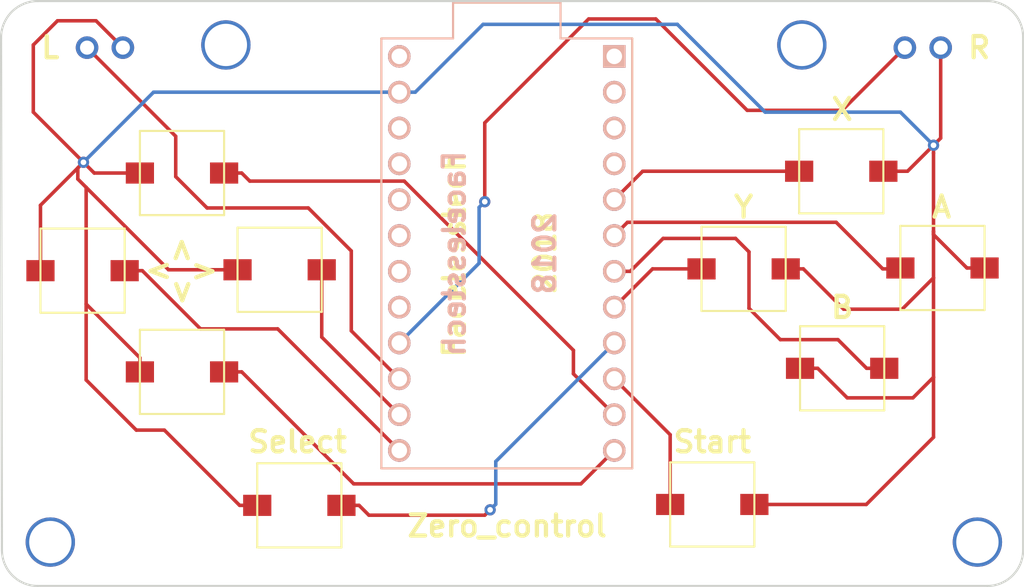
<source format=kicad_pcb>
(kicad_pcb (version 20171130) (host pcbnew 5.0.2+dfsg1-1~bpo9+1)

  (general
    (thickness 1.6)
    (drawings 25)
    (tracks 116)
    (zones 0)
    (modules 17)
    (nets 29)
  )

  (page A4)
  (layers
    (0 F.Cu signal)
    (31 B.Cu signal)
    (32 B.Adhes user)
    (33 F.Adhes user)
    (34 B.Paste user)
    (35 F.Paste user)
    (36 B.SilkS user)
    (37 F.SilkS user)
    (38 B.Mask user)
    (39 F.Mask user)
    (40 Dwgs.User user)
    (41 Cmts.User user)
    (42 Eco1.User user)
    (43 Eco2.User user)
    (44 Edge.Cuts user)
    (45 Margin user)
    (46 B.CrtYd user)
    (47 F.CrtYd user)
    (48 B.Fab user)
    (49 F.Fab user)
  )

  (setup
    (last_trace_width 0.25)
    (trace_clearance 0.2)
    (zone_clearance 0.508)
    (zone_45_only no)
    (trace_min 0.2)
    (segment_width 0.2)
    (edge_width 0.15)
    (via_size 0.8)
    (via_drill 0.4)
    (via_min_size 0.4)
    (via_min_drill 0.3)
    (uvia_size 0.3)
    (uvia_drill 0.1)
    (uvias_allowed no)
    (uvia_min_size 0.2)
    (uvia_min_drill 0.1)
    (pcb_text_width 0.3)
    (pcb_text_size 1.5 1.5)
    (mod_edge_width 0.15)
    (mod_text_size 1 1)
    (mod_text_width 0.15)
    (pad_size 1.524 1.524)
    (pad_drill 0.762)
    (pad_to_mask_clearance 0.051)
    (solder_mask_min_width 0.25)
    (aux_axis_origin 0 0)
    (visible_elements FFFFFF7F)
    (pcbplotparams
      (layerselection 0x010f0_ffffffff)
      (usegerberextensions false)
      (usegerberattributes false)
      (usegerberadvancedattributes false)
      (creategerberjobfile false)
      (excludeedgelayer true)
      (linewidth 0.100000)
      (plotframeref false)
      (viasonmask false)
      (mode 1)
      (useauxorigin false)
      (hpglpennumber 1)
      (hpglpenspeed 20)
      (hpglpendiameter 15.000000)
      (psnegative false)
      (psa4output false)
      (plotreference true)
      (plotvalue true)
      (plotinvisibletext false)
      (padsonsilk false)
      (subtractmaskfromsilk false)
      (outputformat 1)
      (mirror false)
      (drillshape 0)
      (scaleselection 1)
      (outputdirectory "gerbers/"))
  )

  (net 0 "")
  (net 1 "Net-(U1-Pad1)")
  (net 2 "Net-(U1-Pad2)")
  (net 3 "Net-(U1-Pad3)")
  (net 4 "Net-(U1-Pad4)")
  (net 5 "Net-(U1-Pad17)")
  (net 6 "Net-(U1-Pad18)")
  (net 7 "Net-(U1-Pad19)")
  (net 8 "Net-(U1-Pad20)")
  (net 9 "Net-(U1-Pad21)")
  (net 10 "Net-(U1-Pad22)")
  (net 11 "Net-(U1-Pad24)")
  (net 12 "Net-(SW1-Pad1)")
  (net 13 "Net-(SW1-Pad2)")
  (net 14 "Net-(SW2-Pad1)")
  (net 15 "Net-(SW9-Pad1)")
  (net 16 "Net-(SW3-Pad1)")
  (net 17 "Net-(SW4-Pad1)")
  (net 18 "Net-(SW5-Pad1)")
  (net 19 "Net-(SW6-Pad1)")
  (net 20 "Net-(SW7-Pad1)")
  (net 21 "Net-(SW10-Pad1)")
  (net 22 "Net-(SW8-Pad1)")
  (net 23 "Net-(SW11-Pad1)")
  (net 24 "Net-(SW12-Pad1)")
  (net 25 "Net-(U2-Pad1)")
  (net 26 "Net-(U3-Pad1)")
  (net 27 "Net-(U4-Pad1)")
  (net 28 "Net-(U5-Pad1)")

  (net_class Default "This is the default net class."
    (clearance 0.2)
    (trace_width 0.25)
    (via_dia 0.8)
    (via_drill 0.4)
    (uvia_dia 0.3)
    (uvia_drill 0.1)
    (add_net "Net-(SW1-Pad1)")
    (add_net "Net-(SW1-Pad2)")
    (add_net "Net-(SW10-Pad1)")
    (add_net "Net-(SW11-Pad1)")
    (add_net "Net-(SW12-Pad1)")
    (add_net "Net-(SW2-Pad1)")
    (add_net "Net-(SW3-Pad1)")
    (add_net "Net-(SW4-Pad1)")
    (add_net "Net-(SW5-Pad1)")
    (add_net "Net-(SW6-Pad1)")
    (add_net "Net-(SW7-Pad1)")
    (add_net "Net-(SW8-Pad1)")
    (add_net "Net-(SW9-Pad1)")
    (add_net "Net-(U1-Pad1)")
    (add_net "Net-(U1-Pad17)")
    (add_net "Net-(U1-Pad18)")
    (add_net "Net-(U1-Pad19)")
    (add_net "Net-(U1-Pad2)")
    (add_net "Net-(U1-Pad20)")
    (add_net "Net-(U1-Pad21)")
    (add_net "Net-(U1-Pad22)")
    (add_net "Net-(U1-Pad24)")
    (add_net "Net-(U1-Pad3)")
    (add_net "Net-(U1-Pad4)")
    (add_net "Net-(U2-Pad1)")
    (add_net "Net-(U3-Pad1)")
    (add_net "Net-(U4-Pad1)")
    (add_net "Net-(U5-Pad1)")
  )

  (module buttons_custom:smd_soft_custom (layer F.Cu) (tedit 5C1E4083) (tstamp 5C1E3FE9)
    (at 80.772 167.513 180)
    (path /5C166618)
    (fp_text reference SW9 (at 0 6.0325 180) (layer F.SilkS) hide
      (effects (font (size 1 1) (thickness 0.15)))
    )
    (fp_text value SW_Push (at 0 -4.826 180) (layer F.Fab) hide
      (effects (font (size 1 1) (thickness 0.15)))
    )
    (fp_line (start -2.9845 -2.9845) (end 2.9845 -2.9845) (layer F.SilkS) (width 0.15))
    (fp_line (start 2.9845 -2.9845) (end 2.9845 2.9845) (layer F.SilkS) (width 0.15))
    (fp_line (start 2.9845 2.9845) (end -2.9845 2.9845) (layer F.SilkS) (width 0.15))
    (fp_line (start -2.9845 2.9845) (end -2.9845 -2.9845) (layer F.SilkS) (width 0.15))
    (pad 1 smd rect (at 2.9845 0 270) (size 1.5 2) (layers F.Cu F.Paste F.Mask)
      (net 15 "Net-(SW9-Pad1)"))
    (pad 2 smd rect (at -2.9845 0 270) (size 1.5 2) (layers F.Cu F.Paste F.Mask)
      (net 13 "Net-(SW1-Pad2)"))
  )

  (module promicro:ProMicro (layer B.Cu) (tedit 5C1E4096) (tstamp 5C22A7BE)
    (at 49.8855 166.4795 270)
    (descr "Pro Micro footprint")
    (tags "promicro ProMicro")
    (path /5C165FCC)
    (fp_text reference U1 (at 0 10.16 270) (layer B.SilkS) hide
      (effects (font (size 1 1) (thickness 0.15)) (justify mirror))
    )
    (fp_text value ProMicro (at 0 -10.16 270) (layer B.Fab) hide
      (effects (font (size 1 1) (thickness 0.15)) (justify mirror))
    )
    (fp_line (start 15.24 8.89) (end 15.24 -8.89) (layer F.SilkS) (width 0.15))
    (fp_line (start 15.24 -8.89) (end -15.24 -8.89) (layer F.SilkS) (width 0.15))
    (fp_line (start -15.24 -8.89) (end -15.24 -3.81) (layer F.SilkS) (width 0.15))
    (fp_line (start -15.24 -3.81) (end -17.78 -3.81) (layer F.SilkS) (width 0.15))
    (fp_line (start -17.78 -3.81) (end -17.78 3.81) (layer F.SilkS) (width 0.15))
    (fp_line (start -17.78 3.81) (end -15.24 3.81) (layer F.SilkS) (width 0.15))
    (fp_line (start -15.24 3.81) (end -15.24 8.89) (layer F.SilkS) (width 0.15))
    (fp_line (start -15.24 8.89) (end 15.24 8.89) (layer F.SilkS) (width 0.15))
    (fp_line (start -15.24 -8.89) (end 15.24 -8.89) (layer B.SilkS) (width 0.15))
    (fp_line (start -15.24 -8.89) (end -15.24 -3.81) (layer B.SilkS) (width 0.15))
    (fp_line (start -15.24 -3.81) (end -17.78 -3.81) (layer B.SilkS) (width 0.15))
    (fp_line (start -17.78 -3.81) (end -17.78 3.81) (layer B.SilkS) (width 0.15))
    (fp_line (start -17.78 3.81) (end -15.24 3.81) (layer B.SilkS) (width 0.15))
    (fp_line (start -15.24 3.81) (end -15.24 8.89) (layer B.SilkS) (width 0.15))
    (fp_line (start -15.24 8.89) (end 15.24 8.89) (layer B.SilkS) (width 0.15))
    (fp_line (start 15.24 8.89) (end 15.24 -8.89) (layer B.SilkS) (width 0.15))
    (pad 1 thru_hole rect (at -13.97 -7.62 270) (size 1.6 1.6) (drill 1.1) (layers *.Cu *.Mask B.SilkS)
      (net 1 "Net-(U1-Pad1)"))
    (pad 2 thru_hole circle (at -11.43 -7.62 270) (size 1.6 1.6) (drill 1.1) (layers *.Cu *.Mask B.SilkS)
      (net 2 "Net-(U1-Pad2)"))
    (pad 3 thru_hole circle (at -8.89 -7.62 270) (size 1.6 1.6) (drill 1.1) (layers *.Cu *.Mask B.SilkS)
      (net 3 "Net-(U1-Pad3)"))
    (pad 4 thru_hole circle (at -6.35 -7.62 270) (size 1.6 1.6) (drill 1.1) (layers *.Cu *.Mask B.SilkS)
      (net 4 "Net-(U1-Pad4)"))
    (pad 5 thru_hole circle (at -3.81 -7.62 270) (size 1.6 1.6) (drill 1.1) (layers *.Cu *.Mask B.SilkS)
      (net 14 "Net-(SW2-Pad1)"))
    (pad 6 thru_hole circle (at -1.27 -7.62 270) (size 1.6 1.6) (drill 1.1) (layers *.Cu *.Mask B.SilkS)
      (net 15 "Net-(SW9-Pad1)"))
    (pad 7 thru_hole circle (at 1.27 -7.62 270) (size 1.6 1.6) (drill 1.1) (layers *.Cu *.Mask B.SilkS)
      (net 16 "Net-(SW3-Pad1)"))
    (pad 8 thru_hole circle (at 3.81 -7.62 270) (size 1.6 1.6) (drill 1.1) (layers *.Cu *.Mask B.SilkS)
      (net 12 "Net-(SW1-Pad1)"))
    (pad 9 thru_hole circle (at 6.35 -7.62 270) (size 1.6 1.6) (drill 1.1) (layers *.Cu *.Mask B.SilkS)
      (net 17 "Net-(SW4-Pad1)"))
    (pad 10 thru_hole circle (at 8.89 -7.62 270) (size 1.6 1.6) (drill 1.1) (layers *.Cu *.Mask B.SilkS)
      (net 18 "Net-(SW5-Pad1)"))
    (pad 11 thru_hole circle (at 11.43 -7.62 270) (size 1.6 1.6) (drill 1.1) (layers *.Cu *.Mask B.SilkS)
      (net 19 "Net-(SW6-Pad1)"))
    (pad 12 thru_hole circle (at 13.97 -7.62 270) (size 1.6 1.6) (drill 1.1) (layers *.Cu *.Mask B.SilkS)
      (net 20 "Net-(SW7-Pad1)"))
    (pad 13 thru_hole circle (at 13.97 7.62 270) (size 1.6 1.6) (drill 1.1) (layers *.Cu *.Mask B.SilkS)
      (net 21 "Net-(SW10-Pad1)"))
    (pad 14 thru_hole circle (at 11.43 7.62 270) (size 1.6 1.6) (drill 1.1) (layers *.Cu *.Mask B.SilkS)
      (net 22 "Net-(SW8-Pad1)"))
    (pad 15 thru_hole circle (at 8.89 7.62 270) (size 1.6 1.6) (drill 1.1) (layers *.Cu *.Mask B.SilkS)
      (net 23 "Net-(SW11-Pad1)"))
    (pad 16 thru_hole circle (at 6.35 7.62 270) (size 1.6 1.6) (drill 1.1) (layers *.Cu *.Mask B.SilkS)
      (net 24 "Net-(SW12-Pad1)"))
    (pad 17 thru_hole circle (at 3.81 7.62 270) (size 1.6 1.6) (drill 1.1) (layers *.Cu *.Mask B.SilkS)
      (net 5 "Net-(U1-Pad17)"))
    (pad 18 thru_hole circle (at 1.27 7.62 270) (size 1.6 1.6) (drill 1.1) (layers *.Cu *.Mask B.SilkS)
      (net 6 "Net-(U1-Pad18)"))
    (pad 19 thru_hole circle (at -1.27 7.62 270) (size 1.6 1.6) (drill 1.1) (layers *.Cu *.Mask B.SilkS)
      (net 7 "Net-(U1-Pad19)"))
    (pad 20 thru_hole circle (at -3.81 7.62 270) (size 1.6 1.6) (drill 1.1) (layers *.Cu *.Mask B.SilkS)
      (net 8 "Net-(U1-Pad20)"))
    (pad 21 thru_hole circle (at -6.35 7.62 270) (size 1.6 1.6) (drill 1.1) (layers *.Cu *.Mask B.SilkS)
      (net 9 "Net-(U1-Pad21)"))
    (pad 22 thru_hole circle (at -8.89 7.62 270) (size 1.6 1.6) (drill 1.1) (layers *.Cu *.Mask B.SilkS)
      (net 10 "Net-(U1-Pad22)"))
    (pad 23 thru_hole circle (at -11.43 7.62 270) (size 1.6 1.6) (drill 1.1) (layers *.Cu *.Mask B.SilkS)
      (net 13 "Net-(SW1-Pad2)"))
    (pad 24 thru_hole circle (at -13.97 7.62 270) (size 1.6 1.6) (drill 1.1) (layers *.Cu *.Mask B.SilkS)
      (net 11 "Net-(U1-Pad24)"))
  )

  (module buttons_custom:smd_soft_custom (layer F.Cu) (tedit 5C1E4088) (tstamp 5C1D437A)
    (at 66.675 167.5765 180)
    (path /5C1661C1)
    (fp_text reference SW1 (at 0 6.0325 180) (layer F.SilkS) hide
      (effects (font (size 1 1) (thickness 0.15)))
    )
    (fp_text value SW_Push (at 0 -4.826 180) (layer F.Fab) hide
      (effects (font (size 1 1) (thickness 0.15)))
    )
    (fp_line (start -2.9845 2.9845) (end -2.9845 -2.9845) (layer F.SilkS) (width 0.15))
    (fp_line (start 2.9845 2.9845) (end -2.9845 2.9845) (layer F.SilkS) (width 0.15))
    (fp_line (start 2.9845 -2.9845) (end 2.9845 2.9845) (layer F.SilkS) (width 0.15))
    (fp_line (start -2.9845 -2.9845) (end 2.9845 -2.9845) (layer F.SilkS) (width 0.15))
    (pad 2 smd rect (at -2.9845 0 270) (size 1.5 2) (layers F.Cu F.Paste F.Mask)
      (net 13 "Net-(SW1-Pad2)"))
    (pad 1 smd rect (at 2.9845 0 270) (size 1.5 2) (layers F.Cu F.Paste F.Mask)
      (net 12 "Net-(SW1-Pad1)"))
  )

  (module buttons_custom:smd_soft_custom (layer F.Cu) (tedit 5C1E4077) (tstamp 5C1D4395)
    (at 73.5965 160.655 180)
    (path /5C1665E0)
    (fp_text reference SW2 (at 0 6.0325 180) (layer F.SilkS) hide
      (effects (font (size 1 1) (thickness 0.15)))
    )
    (fp_text value SW_Push (at 0 -4.826 180) (layer F.Fab) hide
      (effects (font (size 1 1) (thickness 0.15)))
    )
    (fp_line (start -2.9845 -2.9845) (end 2.9845 -2.9845) (layer F.SilkS) (width 0.15))
    (fp_line (start 2.9845 -2.9845) (end 2.9845 2.9845) (layer F.SilkS) (width 0.15))
    (fp_line (start 2.9845 2.9845) (end -2.9845 2.9845) (layer F.SilkS) (width 0.15))
    (fp_line (start -2.9845 2.9845) (end -2.9845 -2.9845) (layer F.SilkS) (width 0.15))
    (pad 1 smd rect (at 2.9845 0 270) (size 1.5 2) (layers F.Cu F.Paste F.Mask)
      (net 14 "Net-(SW2-Pad1)"))
    (pad 2 smd rect (at -2.9845 0 270) (size 1.5 2) (layers F.Cu F.Paste F.Mask)
      (net 13 "Net-(SW1-Pad2)"))
  )

  (module buttons_custom:smd_soft_custom (layer F.Cu) (tedit 5C1E408E) (tstamp 5C1D43B0)
    (at 73.66 174.625)
    (path /5C16612D)
    (fp_text reference SW3 (at 0 6.0325 90) (layer F.SilkS) hide
      (effects (font (size 1 1) (thickness 0.15)))
    )
    (fp_text value SW_Push (at 0 -4.826) (layer F.Fab) hide
      (effects (font (size 1 1) (thickness 0.15)))
    )
    (fp_line (start -2.9845 -2.9845) (end 2.9845 -2.9845) (layer F.SilkS) (width 0.15))
    (fp_line (start 2.9845 -2.9845) (end 2.9845 2.9845) (layer F.SilkS) (width 0.15))
    (fp_line (start 2.9845 2.9845) (end -2.9845 2.9845) (layer F.SilkS) (width 0.15))
    (fp_line (start -2.9845 2.9845) (end -2.9845 -2.9845) (layer F.SilkS) (width 0.15))
    (pad 1 smd rect (at 2.9845 0 90) (size 1.5 2) (layers F.Cu F.Paste F.Mask)
      (net 16 "Net-(SW3-Pad1)"))
    (pad 2 smd rect (at -2.9845 0 90) (size 1.5 2) (layers F.Cu F.Paste F.Mask)
      (net 13 "Net-(SW1-Pad2)"))
  )

  (module buttons_custom:smd_soft_custom (layer F.Cu) (tedit 5C1E424B) (tstamp 5C22AB4F)
    (at 35.179 184.3405)
    (path /5C16624F)
    (fp_text reference SW4 (at 0 6.0325) (layer F.SilkS) hide
      (effects (font (size 1 1) (thickness 0.15)))
    )
    (fp_text value SW_Push (at 0 -4.826) (layer F.Fab) hide
      (effects (font (size 1 1) (thickness 0.15)))
    )
    (fp_line (start -2.9845 -2.9845) (end 2.9845 -2.9845) (layer F.SilkS) (width 0.15))
    (fp_line (start 2.9845 -2.9845) (end 2.9845 2.9845) (layer F.SilkS) (width 0.15))
    (fp_line (start 2.9845 2.9845) (end -2.9845 2.9845) (layer F.SilkS) (width 0.15))
    (fp_line (start -2.9845 2.9845) (end -2.9845 -2.9845) (layer F.SilkS) (width 0.15))
    (pad 1 smd rect (at 2.9845 0 90) (size 1.5 2) (layers F.Cu F.Paste F.Mask)
      (net 17 "Net-(SW4-Pad1)"))
    (pad 2 smd rect (at -2.9845 0 90) (size 1.5 2) (layers F.Cu F.Paste F.Mask)
      (net 13 "Net-(SW1-Pad2)"))
  )

  (module buttons_custom:smd_soft_custom (layer F.Cu) (tedit 5C1E40A0) (tstamp 5C1E320A)
    (at 64.4525 184.277 180)
    (path /5C16628D)
    (fp_text reference SW5 (at 0 6.0325 180) (layer F.SilkS) hide
      (effects (font (size 1 1) (thickness 0.15)))
    )
    (fp_text value SW_Push (at 0 -4.826 180) (layer F.Fab) hide
      (effects (font (size 1 1) (thickness 0.15)))
    )
    (fp_line (start -2.9845 2.9845) (end -2.9845 -2.9845) (layer F.SilkS) (width 0.15))
    (fp_line (start 2.9845 2.9845) (end -2.9845 2.9845) (layer F.SilkS) (width 0.15))
    (fp_line (start 2.9845 -2.9845) (end 2.9845 2.9845) (layer F.SilkS) (width 0.15))
    (fp_line (start -2.9845 -2.9845) (end 2.9845 -2.9845) (layer F.SilkS) (width 0.15))
    (pad 2 smd rect (at -2.9845 0 270) (size 1.5 2) (layers F.Cu F.Paste F.Mask)
      (net 13 "Net-(SW1-Pad2)"))
    (pad 1 smd rect (at 2.9845 0 270) (size 1.5 2) (layers F.Cu F.Paste F.Mask)
      (net 18 "Net-(SW5-Pad1)"))
  )

  (module buttons_custom:smd_soft_custom (layer F.Cu) (tedit 5C1E422C) (tstamp 5C22ACE9)
    (at 26.8605 160.782)
    (path /5C166328)
    (fp_text reference SW6 (at 0 6.0325) (layer F.SilkS) hide
      (effects (font (size 1 1) (thickness 0.15)))
    )
    (fp_text value SW_Push (at 0 -4.826) (layer F.Fab) hide
      (effects (font (size 1 1) (thickness 0.15)))
    )
    (fp_line (start -2.9845 -2.9845) (end 2.9845 -2.9845) (layer F.SilkS) (width 0.15))
    (fp_line (start 2.9845 -2.9845) (end 2.9845 2.9845) (layer F.SilkS) (width 0.15))
    (fp_line (start 2.9845 2.9845) (end -2.9845 2.9845) (layer F.SilkS) (width 0.15))
    (fp_line (start -2.9845 2.9845) (end -2.9845 -2.9845) (layer F.SilkS) (width 0.15))
    (pad 1 smd rect (at 2.9845 0 90) (size 1.5 2) (layers F.Cu F.Paste F.Mask)
      (net 19 "Net-(SW6-Pad1)"))
    (pad 2 smd rect (at -2.9845 0 90) (size 1.5 2) (layers F.Cu F.Paste F.Mask)
      (net 13 "Net-(SW1-Pad2)"))
  )

  (module buttons_custom:smd_soft_custom (layer F.Cu) (tedit 5C1E4244) (tstamp 5C22AB6D)
    (at 26.8605 174.879)
    (path /5C166398)
    (fp_text reference SW7 (at 0 6.0325) (layer F.SilkS) hide
      (effects (font (size 1 1) (thickness 0.15)))
    )
    (fp_text value SW_Push (at 0 -4.826) (layer F.Fab) hide
      (effects (font (size 1 1) (thickness 0.15)))
    )
    (fp_line (start -2.9845 2.9845) (end -2.9845 -2.9845) (layer F.SilkS) (width 0.15))
    (fp_line (start 2.9845 2.9845) (end -2.9845 2.9845) (layer F.SilkS) (width 0.15))
    (fp_line (start 2.9845 -2.9845) (end 2.9845 2.9845) (layer F.SilkS) (width 0.15))
    (fp_line (start -2.9845 -2.9845) (end 2.9845 -2.9845) (layer F.SilkS) (width 0.15))
    (pad 2 smd rect (at -2.9845 0 90) (size 1.5 2) (layers F.Cu F.Paste F.Mask)
      (net 13 "Net-(SW1-Pad2)"))
    (pad 1 smd rect (at 2.9845 0 90) (size 1.5 2) (layers F.Cu F.Paste F.Mask)
      (net 20 "Net-(SW7-Pad1)"))
  )

  (module buttons_custom:smd_soft_custom (layer F.Cu) (tedit 5C1E4239) (tstamp 5C1BD557)
    (at 33.782 167.64)
    (path /5C1663D6)
    (fp_text reference SW8 (at 0 6.0325) (layer F.SilkS) hide
      (effects (font (size 1 1) (thickness 0.15)))
    )
    (fp_text value SW_Push (at 0 -4.826) (layer F.Fab) hide
      (effects (font (size 1 1) (thickness 0.15)))
    )
    (fp_line (start -2.9845 -2.9845) (end 2.9845 -2.9845) (layer F.SilkS) (width 0.15))
    (fp_line (start 2.9845 -2.9845) (end 2.9845 2.9845) (layer F.SilkS) (width 0.15))
    (fp_line (start 2.9845 2.9845) (end -2.9845 2.9845) (layer F.SilkS) (width 0.15))
    (fp_line (start -2.9845 2.9845) (end -2.9845 -2.9845) (layer F.SilkS) (width 0.15))
    (pad 1 smd rect (at 2.9845 0 90) (size 1.5 2) (layers F.Cu F.Paste F.Mask)
      (net 22 "Net-(SW8-Pad1)"))
    (pad 2 smd rect (at -2.9845 0 90) (size 1.5 2) (layers F.Cu F.Paste F.Mask)
      (net 13 "Net-(SW1-Pad2)"))
  )

  (module buttons_custom:smd_soft_custom (layer F.Cu) (tedit 5C1E423C) (tstamp 5C22AB8B)
    (at 19.812 167.7035)
    (path /5C166436)
    (fp_text reference SW10 (at 0 6.0325) (layer F.SilkS) hide
      (effects (font (size 1 1) (thickness 0.15)))
    )
    (fp_text value SW_Push (at 0 -4.826) (layer F.Fab) hide
      (effects (font (size 1 1) (thickness 0.15)))
    )
    (fp_line (start -2.9845 2.9845) (end -2.9845 -2.9845) (layer F.SilkS) (width 0.15))
    (fp_line (start 2.9845 2.9845) (end -2.9845 2.9845) (layer F.SilkS) (width 0.15))
    (fp_line (start 2.9845 -2.9845) (end 2.9845 2.9845) (layer F.SilkS) (width 0.15))
    (fp_line (start -2.9845 -2.9845) (end 2.9845 -2.9845) (layer F.SilkS) (width 0.15))
    (pad 2 smd rect (at -2.9845 0 90) (size 1.5 2) (layers F.Cu F.Paste F.Mask)
      (net 13 "Net-(SW1-Pad2)"))
    (pad 1 smd rect (at 2.9845 0 90) (size 1.5 2) (layers F.Cu F.Paste F.Mask)
      (net 21 "Net-(SW10-Pad1)"))
  )

  (module m3_hole_custom:m3_hole_custom (layer F.Cu) (tedit 5C1E4220) (tstamp 5C346026)
    (at 29.972 151.7015)
    (path /5C1C01C4)
    (fp_text reference U2 (at 0 2.921) (layer F.SilkS) hide
      (effects (font (size 1 1) (thickness 0.15)))
    )
    (fp_text value m3_standsoffs (at 0 -2.921) (layer F.Fab) hide
      (effects (font (size 1 1) (thickness 0.15)))
    )
    (pad 1 thru_hole circle (at 0 0) (size 3.5 3.5) (drill 3) (layers *.Cu *.Mask)
      (net 25 "Net-(U2-Pad1)"))
  )

  (module m3_hole_custom:m3_hole_custom (layer F.Cu) (tedit 5C1E424F) (tstamp 5C34602B)
    (at 17.526 186.944)
    (path /5C1C0276)
    (fp_text reference U3 (at 0 2.921) (layer F.SilkS) hide
      (effects (font (size 1 1) (thickness 0.15)))
    )
    (fp_text value m3_standsoffs (at 0 -2.921) (layer F.Fab) hide
      (effects (font (size 1 1) (thickness 0.15)))
    )
    (pad 1 thru_hole circle (at 0 0) (size 3.5 3.5) (drill 3) (layers *.Cu *.Mask)
      (net 26 "Net-(U3-Pad1)"))
  )

  (module m3_hole_custom:m3_hole_custom (layer F.Cu) (tedit 5C1E406C) (tstamp 5C346030)
    (at 70.8025 151.7015)
    (path /5C1C02AA)
    (fp_text reference U4 (at 0 2.921) (layer F.SilkS) hide
      (effects (font (size 1 1) (thickness 0.15)))
    )
    (fp_text value m3_standsoffs (at 0 -2.921) (layer F.Fab) hide
      (effects (font (size 1 1) (thickness 0.15)))
    )
    (pad 1 thru_hole circle (at 0 0) (size 3.5 3.5) (drill 3) (layers *.Cu *.Mask)
      (net 27 "Net-(U4-Pad1)"))
  )

  (module m3_hole_custom:m3_hole_custom (layer F.Cu) (tedit 5C1E40A4) (tstamp 5C346035)
    (at 83.2485 186.944)
    (path /5C1C02E0)
    (fp_text reference U5 (at 0 2.921) (layer F.SilkS) hide
      (effects (font (size 1 1) (thickness 0.15)))
    )
    (fp_text value m3_standsoffs (at 0 -2.921) (layer F.Fab) hide
      (effects (font (size 1 1) (thickness 0.15)))
    )
    (pad 1 thru_hole circle (at 0 0) (size 3.5 3.5) (drill 3) (layers *.Cu *.Mask)
      (net 28 "Net-(U5-Pad1)"))
  )

  (module buttons_custom:right_angle_2_pin (layer F.Cu) (tedit 5C1E4881) (tstamp 5C1E4933)
    (at 21.3995 151.892)
    (path /5C166548)
    (fp_text reference SW11 (at 0 2.286) (layer F.SilkS) hide
      (effects (font (size 1 1) (thickness 0.15)))
    )
    (fp_text value SW_Push (at 0 -9.652) (layer F.Fab) hide
      (effects (font (size 1 1) (thickness 0.15)))
    )
    (pad 2 thru_hole circle (at 1.27 0) (size 1.6 1.6) (drill 1) (layers *.Cu *.Mask)
      (net 13 "Net-(SW1-Pad2)"))
    (pad 1 thru_hole circle (at -1.27 0) (size 1.6 1.6) (drill 1) (layers *.Cu *.Mask)
      (net 23 "Net-(SW11-Pad1)"))
  )

  (module buttons_custom:right_angle_2_pin (layer F.Cu) (tedit 5C1E4881) (tstamp 5C1E4939)
    (at 79.375 151.892)
    (path /5C166586)
    (fp_text reference SW12 (at 0 2.286) (layer F.SilkS) hide
      (effects (font (size 1 1) (thickness 0.15)))
    )
    (fp_text value SW_Push (at 0 -9.652) (layer F.Fab) hide
      (effects (font (size 1 1) (thickness 0.15)))
    )
    (pad 1 thru_hole circle (at -1.27 0) (size 1.6 1.6) (drill 1) (layers *.Cu *.Mask)
      (net 24 "Net-(SW12-Pad1)"))
    (pad 2 thru_hole circle (at 1.27 0) (size 1.6 1.6) (drill 1) (layers *.Cu *.Mask)
      (net 13 "Net-(SW1-Pad2)"))
  )

  (gr_text Zero_control (at 49.911 185.801) (layer F.SilkS)
    (effects (font (size 1.5 1.5) (thickness 0.3)))
  )
  (gr_text 2018 (at 52.578 166.4335 90) (layer F.SilkS)
    (effects (font (size 1.5 1.5) (thickness 0.3)))
  )
  (gr_text 2018 (at 52.578 166.497 90) (layer B.SilkS)
    (effects (font (size 1.5 1.5) (thickness 0.3)) (justify mirror))
  )
  (gr_text Facelesstech (at 46.1645 166.497 90) (layer B.SilkS)
    (effects (font (size 1.5 1.5) (thickness 0.3)) (justify mirror))
  )
  (gr_text Facelesstech (at 46.1645 166.5605 90) (layer F.SilkS)
    (effects (font (size 1.5 1.5) (thickness 0.3)))
  )
  (gr_text L (at 17.526 151.892) (layer F.SilkS)
    (effects (font (size 1.5 1.5) (thickness 0.3)))
  )
  (gr_text Select (at 35.052 179.832) (layer F.SilkS)
    (effects (font (size 1.5 1.5) (thickness 0.3)))
  )
  (gr_text > (at 26.9875 169.2275 270) (layer F.SilkS) (tstamp 5C1E42CA)
    (effects (font (size 1.5 1.5) (thickness 0.3)))
  )
  (gr_text > (at 28.448 167.64) (layer F.SilkS) (tstamp 5C1E42C6)
    (effects (font (size 1.5 1.5) (thickness 0.3)))
  )
  (gr_text > (at 25.2095 167.8305 180) (layer F.SilkS) (tstamp 5C1E42C3)
    (effects (font (size 1.5 1.5) (thickness 0.3)))
  )
  (gr_text > (at 26.7335 166.243 90) (layer F.SilkS) (tstamp 5C1E42B4)
    (effects (font (size 1.5 1.5) (thickness 0.3)))
  )
  (gr_text R (at 83.3755 151.892) (layer F.SilkS)
    (effects (font (size 1.5 1.5) (thickness 0.3)))
  )
  (gr_text Start (at 64.4525 179.832) (layer F.SilkS)
    (effects (font (size 1.5 1.5) (thickness 0.3)))
  )
  (gr_text Y (at 66.675 163.195) (layer F.SilkS)
    (effects (font (size 1.5 1.5) (thickness 0.3)))
  )
  (gr_text X (at 73.66 156.2735) (layer F.SilkS)
    (effects (font (size 1.5 1.5) (thickness 0.3)))
  )
  (gr_text B (at 73.66 170.307) (layer F.SilkS)
    (effects (font (size 1.5 1.5) (thickness 0.3)))
  )
  (gr_text A (at 80.7085 163.195) (layer F.SilkS)
    (effects (font (size 1.5 1.5) (thickness 0.3)))
  )
  (gr_line (start 86.487 187.5155) (end 86.487 151.13) (layer Edge.Cuts) (width 0.15))
  (gr_line (start 14.0335 151.1935) (end 14.097 187.5155) (layer Edge.Cuts) (width 0.15))
  (gr_arc (start 16.637 151.1935) (end 16.637 148.59) (angle -90) (layer Edge.Cuts) (width 0.15))
  (gr_arc (start 83.947 151.13) (end 86.487 151.13) (angle -90) (layer Edge.Cuts) (width 0.15))
  (gr_line (start 16.637 190.0555) (end 83.947 190.0555) (layer Edge.Cuts) (width 0.15))
  (gr_arc (start 16.637 187.5155) (end 14.097 187.5155) (angle -90) (layer Edge.Cuts) (width 0.15))
  (gr_arc (start 83.947 187.5155) (end 83.947 190.0555) (angle -90) (layer Edge.Cuts) (width 0.15))
  (gr_line (start 83.947 148.59) (end 16.637 148.59) (layer Edge.Cuts) (width 0.15))

  (segment (start 60.2185 167.5765) (end 57.5055 170.2895) (width 0.25) (layer F.Cu) (net 12))
  (segment (start 63.6905 167.5765) (end 60.2185 167.5765) (width 0.25) (layer F.Cu) (net 12))
  (via (at 19.8755 160.02) (size 0.8) (drill 0.4) (layers F.Cu B.Cu) (net 13))
  (segment (start 24.846 155.0495) (end 19.8755 160.02) (width 0.25) (layer B.Cu) (net 13))
  (segment (start 42.2655 155.0495) (end 24.846 155.0495) (width 0.25) (layer B.Cu) (net 13))
  (segment (start 20.6375 160.782) (end 23.876 160.782) (width 0.25) (layer F.Cu) (net 13))
  (segment (start 19.8755 160.02) (end 20.6375 160.782) (width 0.25) (layer F.Cu) (net 13))
  (segment (start 16.8275 163.068) (end 16.8275 167.7035) (width 0.25) (layer F.Cu) (net 13))
  (segment (start 19.8755 160.02) (end 16.8275 163.068) (width 0.25) (layer F.Cu) (net 13))
  (segment (start 19.475501 160.419999) (end 19.475501 161.207501) (width 0.25) (layer F.Cu) (net 13))
  (segment (start 19.8755 160.02) (end 19.475501 160.419999) (width 0.25) (layer F.Cu) (net 13))
  (segment (start 25.908 167.64) (end 30.7975 167.64) (width 0.25) (layer F.Cu) (net 13))
  (segment (start 23.876 173.879) (end 20.066 170.069) (width 0.25) (layer F.Cu) (net 13))
  (segment (start 23.876 174.879) (end 23.876 173.879) (width 0.25) (layer F.Cu) (net 13))
  (segment (start 20.066 170.069) (end 20.066 161.798) (width 0.25) (layer F.Cu) (net 13))
  (segment (start 20.066 161.798) (end 25.908 167.64) (width 0.25) (layer F.Cu) (net 13))
  (segment (start 19.475501 161.207501) (end 20.066 161.798) (width 0.25) (layer F.Cu) (net 13))
  (segment (start 30.9445 184.3405) (end 25.6105 179.0065) (width 0.25) (layer F.Cu) (net 13))
  (segment (start 32.1945 184.3405) (end 30.9445 184.3405) (width 0.25) (layer F.Cu) (net 13))
  (segment (start 25.6105 179.0065) (end 23.622 179.0065) (width 0.25) (layer F.Cu) (net 13))
  (segment (start 20.066 175.4505) (end 20.066 170.069) (width 0.25) (layer F.Cu) (net 13))
  (segment (start 23.622 179.0065) (end 20.066 175.4505) (width 0.25) (layer F.Cu) (net 13))
  (segment (start 22.6695 151.892) (end 20.7645 149.987) (width 0.25) (layer F.Cu) (net 13))
  (segment (start 20.7645 149.987) (end 18.034 149.987) (width 0.25) (layer F.Cu) (net 13))
  (segment (start 18.034 149.987) (end 16.3195 151.7015) (width 0.25) (layer F.Cu) (net 13))
  (segment (start 16.3195 156.464) (end 19.8755 160.02) (width 0.25) (layer F.Cu) (net 13))
  (segment (start 16.3195 151.7015) (end 16.3195 156.464) (width 0.25) (layer F.Cu) (net 13))
  (segment (start 43.39687 155.0495) (end 48.20537 150.241) (width 0.25) (layer B.Cu) (net 13))
  (segment (start 42.2655 155.0495) (end 43.39687 155.0495) (width 0.25) (layer B.Cu) (net 13))
  (segment (start 48.20537 150.241) (end 61.976 150.241) (width 0.25) (layer B.Cu) (net 13))
  (segment (start 61.976 150.241) (end 68.199 156.464) (width 0.25) (layer B.Cu) (net 13))
  (segment (start 68.199 156.464) (end 77.7875 156.464) (width 0.25) (layer B.Cu) (net 13))
  (segment (start 77.7875 156.464) (end 80.137 158.8135) (width 0.25) (layer B.Cu) (net 13))
  (via (at 80.137 158.8135) (size 0.8) (drill 0.4) (layers F.Cu B.Cu) (net 13) (status 1000000))
  (segment (start 78.2955 160.655) (end 80.137 158.8135) (width 0.25) (layer F.Cu) (net 13))
  (segment (start 76.581 160.655) (end 78.2955 160.655) (width 0.25) (layer F.Cu) (net 13))
  (segment (start 80.137 159.379185) (end 80.137 158.8135) (width 0.25) (layer F.Cu) (net 13))
  (segment (start 82.5065 167.513) (end 80.137 165.1435) (width 0.25) (layer F.Cu) (net 13))
  (segment (start 83.7565 167.513) (end 82.5065 167.513) (width 0.25) (layer F.Cu) (net 13))
  (segment (start 70.9095 167.5765) (end 73.767 170.434) (width 0.25) (layer F.Cu) (net 13))
  (segment (start 69.6595 167.5765) (end 70.9095 167.5765) (width 0.25) (layer F.Cu) (net 13))
  (segment (start 73.767 170.434) (end 77.9145 170.434) (width 0.25) (layer F.Cu) (net 13))
  (segment (start 80.137 168.2115) (end 80.137 164.9095) (width 0.25) (layer F.Cu) (net 13))
  (segment (start 77.9145 170.434) (end 80.137 168.2115) (width 0.25) (layer F.Cu) (net 13))
  (segment (start 80.137 164.9095) (end 80.137 159.379185) (width 0.25) (layer F.Cu) (net 13))
  (segment (start 80.137 165.1435) (end 80.137 164.9095) (width 0.25) (layer F.Cu) (net 13))
  (segment (start 71.9255 174.625) (end 74.021 176.7205) (width 0.25) (layer F.Cu) (net 13))
  (segment (start 70.6755 174.625) (end 71.9255 174.625) (width 0.25) (layer F.Cu) (net 13))
  (segment (start 74.021 176.7205) (end 78.6765 176.7205) (width 0.25) (layer F.Cu) (net 13))
  (segment (start 80.137 175.26) (end 80.137 168.2115) (width 0.25) (layer F.Cu) (net 13))
  (segment (start 78.6765 176.7205) (end 80.137 175.26) (width 0.25) (layer F.Cu) (net 13))
  (segment (start 67.437 184.277) (end 75.3745 184.277) (width 0.25) (layer F.Cu) (net 13))
  (segment (start 80.137 179.5145) (end 80.137 175.26) (width 0.25) (layer F.Cu) (net 13))
  (segment (start 75.3745 184.277) (end 80.137 179.5145) (width 0.25) (layer F.Cu) (net 13))
  (segment (start 80.645 158.3055) (end 80.137 158.8135) (width 0.25) (layer F.Cu) (net 13))
  (segment (start 80.645 151.892) (end 80.645 158.3055) (width 0.25) (layer F.Cu) (net 13))
  (segment (start 59.52 160.655) (end 57.5055 162.6695) (width 0.25) (layer F.Cu) (net 14))
  (segment (start 70.612 160.655) (end 59.52 160.655) (width 0.25) (layer F.Cu) (net 14))
  (segment (start 76.5375 167.5765) (end 73.2355 164.2745) (width 0.25) (layer F.Cu) (net 15))
  (segment (start 77.7875 167.5765) (end 76.5375 167.5765) (width 0.25) (layer F.Cu) (net 15))
  (segment (start 58.4405 164.2745) (end 57.5055 165.2095) (width 0.25) (layer F.Cu) (net 15))
  (segment (start 73.2355 164.2745) (end 58.4405 164.2745) (width 0.25) (layer F.Cu) (net 15))
  (segment (start 75.3945 174.625) (end 76.6445 174.625) (width 0.25) (layer F.Cu) (net 16))
  (segment (start 69.2785 172.593) (end 73.3625 172.593) (width 0.25) (layer F.Cu) (net 16))
  (segment (start 67.056 170.3705) (end 69.2785 172.593) (width 0.25) (layer F.Cu) (net 16))
  (segment (start 67.056 166.37) (end 67.056 170.3705) (width 0.25) (layer F.Cu) (net 16))
  (segment (start 58.63687 167.7495) (end 60.96887 165.4175) (width 0.25) (layer F.Cu) (net 16))
  (segment (start 60.96887 165.4175) (end 66.1035 165.4175) (width 0.25) (layer F.Cu) (net 16))
  (segment (start 73.3625 172.593) (end 75.3945 174.625) (width 0.25) (layer F.Cu) (net 16))
  (segment (start 57.5055 167.7495) (end 58.63687 167.7495) (width 0.25) (layer F.Cu) (net 16))
  (segment (start 66.1035 165.4175) (end 67.056 166.37) (width 0.25) (layer F.Cu) (net 16))
  (segment (start 39.4135 184.3405) (end 40.112 185.039) (width 0.25) (layer F.Cu) (net 17))
  (segment (start 38.1635 184.3405) (end 39.4135 184.3405) (width 0.25) (layer F.Cu) (net 17))
  (via (at 48.7045 184.658) (size 0.8) (drill 0.4) (layers F.Cu B.Cu) (net 17))
  (segment (start 48.3235 185.039) (end 48.7045 184.658) (width 0.25) (layer F.Cu) (net 17))
  (segment (start 40.112 185.039) (end 48.3235 185.039) (width 0.25) (layer F.Cu) (net 17))
  (segment (start 56.705501 173.629499) (end 57.5055 172.8295) (width 0.25) (layer B.Cu) (net 17))
  (segment (start 49.104499 181.230501) (end 56.705501 173.629499) (width 0.25) (layer B.Cu) (net 17))
  (segment (start 49.104499 184.258001) (end 49.104499 181.230501) (width 0.25) (layer B.Cu) (net 17))
  (segment (start 48.7045 184.658) (end 49.104499 184.258001) (width 0.25) (layer B.Cu) (net 17))
  (segment (start 61.468 179.332) (end 61.468 184.277) (width 0.25) (layer F.Cu) (net 18))
  (segment (start 57.5055 175.3695) (end 61.468 179.332) (width 0.25) (layer F.Cu) (net 18))
  (segment (start 31.095 160.782) (end 31.6665 161.3535) (width 0.25) (layer F.Cu) (net 19))
  (segment (start 29.845 160.782) (end 31.095 160.782) (width 0.25) (layer F.Cu) (net 19))
  (segment (start 42.614502 161.3535) (end 54.61 173.348998) (width 0.25) (layer F.Cu) (net 19))
  (segment (start 31.6665 161.3535) (end 42.614502 161.3535) (width 0.25) (layer F.Cu) (net 19))
  (segment (start 54.61 175.014) (end 57.5055 177.9095) (width 0.25) (layer F.Cu) (net 19))
  (segment (start 54.61 173.348998) (end 54.61 175.014) (width 0.25) (layer F.Cu) (net 19))
  (segment (start 31.095 174.879) (end 39.0325 182.8165) (width 0.25) (layer F.Cu) (net 20))
  (segment (start 29.845 174.879) (end 31.095 174.879) (width 0.25) (layer F.Cu) (net 20))
  (segment (start 55.1385 182.8165) (end 57.5055 180.4495) (width 0.25) (layer F.Cu) (net 20))
  (segment (start 39.0325 182.8165) (end 55.1385 182.8165) (width 0.25) (layer F.Cu) (net 20))
  (segment (start 24.0465 167.7035) (end 28.174 171.831) (width 0.25) (layer F.Cu) (net 21))
  (segment (start 22.7965 167.7035) (end 24.0465 167.7035) (width 0.25) (layer F.Cu) (net 21))
  (segment (start 33.647 171.831) (end 42.2655 180.4495) (width 0.25) (layer F.Cu) (net 21))
  (segment (start 28.174 171.831) (end 33.647 171.831) (width 0.25) (layer F.Cu) (net 21))
  (segment (start 36.7665 172.4105) (end 42.2655 177.9095) (width 0.25) (layer F.Cu) (net 22))
  (segment (start 36.7665 167.64) (end 36.7665 172.4105) (width 0.25) (layer F.Cu) (net 22))
  (segment (start 42.2655 175.3695) (end 38.862 171.966) (width 0.25) (layer F.Cu) (net 23))
  (segment (start 38.862 171.966) (end 38.862 166.3065) (width 0.25) (layer F.Cu) (net 23))
  (segment (start 38.862 166.3065) (end 35.814 163.2585) (width 0.25) (layer F.Cu) (net 23))
  (segment (start 35.814 163.2585) (end 28.6385 163.2585) (width 0.25) (layer F.Cu) (net 23))
  (segment (start 28.6385 163.2585) (end 26.416 161.036) (width 0.25) (layer F.Cu) (net 23))
  (segment (start 26.416 158.1785) (end 20.1295 151.892) (width 0.25) (layer F.Cu) (net 23))
  (segment (start 26.416 161.036) (end 26.416 158.1785) (width 0.25) (layer F.Cu) (net 23))
  (segment (start 78.105 151.892) (end 73.66 156.337) (width 0.25) (layer F.Cu) (net 24))
  (segment (start 73.66 156.337) (end 66.929 156.337) (width 0.25) (layer F.Cu) (net 24))
  (segment (start 66.929 156.337) (end 60.452 149.86) (width 0.25) (layer F.Cu) (net 24))
  (segment (start 60.452 149.86) (end 55.6895 149.86) (width 0.25) (layer F.Cu) (net 24))
  (segment (start 48.3235 157.226) (end 48.3235 162.814) (width 0.25) (layer F.Cu) (net 24))
  (via (at 48.3235 162.814) (size 0.8) (drill 0.4) (layers F.Cu B.Cu) (net 24))
  (segment (start 55.6895 149.86) (end 48.3235 157.226) (width 0.25) (layer F.Cu) (net 24))
  (segment (start 47.923501 167.171499) (end 43.065499 172.029501) (width 0.25) (layer B.Cu) (net 24))
  (segment (start 43.065499 172.029501) (end 42.2655 172.8295) (width 0.25) (layer B.Cu) (net 24))
  (segment (start 47.923501 163.213999) (end 47.923501 167.171499) (width 0.25) (layer B.Cu) (net 24))
  (segment (start 48.3235 162.814) (end 47.923501 163.213999) (width 0.25) (layer B.Cu) (net 24))

)

</source>
